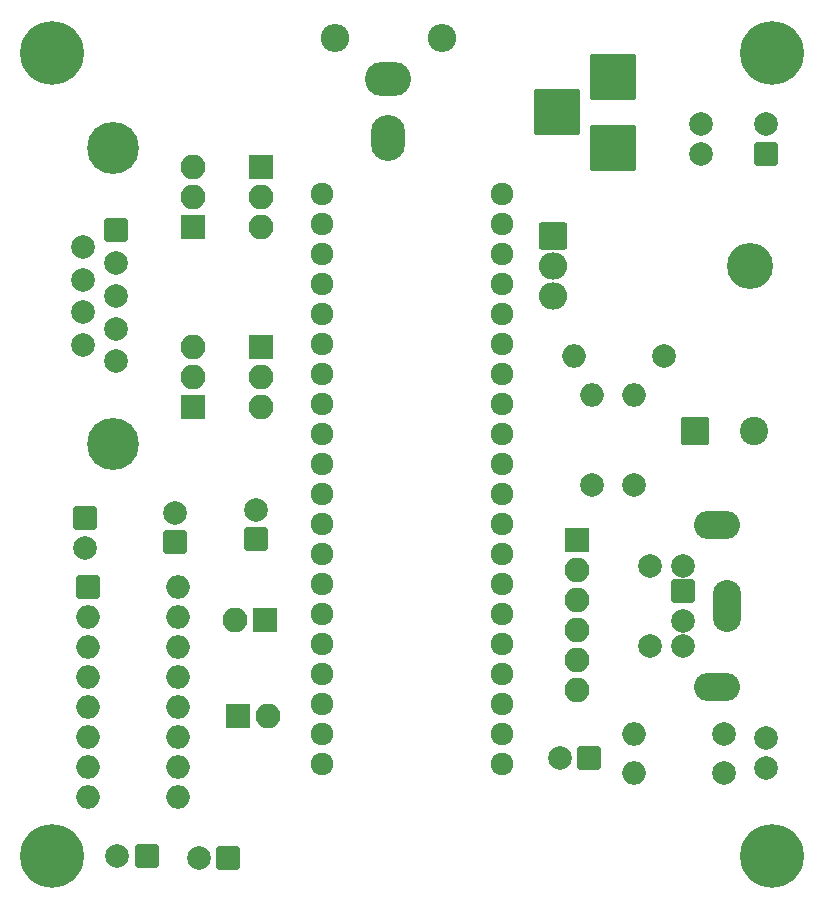
<source format=gbr>
%TF.GenerationSoftware,KiCad,Pcbnew,(6.0.2)*%
%TF.CreationDate,2022-10-05T14:19:39-05:00*%
%TF.ProjectId,OneChipTerminal,4f6e6543-6869-4705-9465-726d696e616c,rev?*%
%TF.SameCoordinates,Original*%
%TF.FileFunction,Soldermask,Top*%
%TF.FilePolarity,Negative*%
%FSLAX46Y46*%
G04 Gerber Fmt 4.6, Leading zero omitted, Abs format (unit mm)*
G04 Created by KiCad (PCBNEW (6.0.2)) date 2022-10-05 14:19:39*
%MOMM*%
%LPD*%
G01*
G04 APERTURE LIST*
G04 Aperture macros list*
%AMRoundRect*
0 Rectangle with rounded corners*
0 $1 Rounding radius*
0 $2 $3 $4 $5 $6 $7 $8 $9 X,Y pos of 4 corners*
0 Add a 4 corners polygon primitive as box body*
4,1,4,$2,$3,$4,$5,$6,$7,$8,$9,$2,$3,0*
0 Add four circle primitives for the rounded corners*
1,1,$1+$1,$2,$3*
1,1,$1+$1,$4,$5*
1,1,$1+$1,$6,$7*
1,1,$1+$1,$8,$9*
0 Add four rect primitives between the rounded corners*
20,1,$1+$1,$2,$3,$4,$5,0*
20,1,$1+$1,$4,$5,$6,$7,0*
20,1,$1+$1,$6,$7,$8,$9,0*
20,1,$1+$1,$8,$9,$2,$3,0*%
G04 Aperture macros list end*
%ADD10RoundRect,0.200000X0.800000X0.800000X-0.800000X0.800000X-0.800000X-0.800000X0.800000X-0.800000X0*%
%ADD11C,2.000000*%
%ADD12RoundRect,0.200000X0.800000X-0.800000X0.800000X0.800000X-0.800000X0.800000X-0.800000X-0.800000X0*%
%ADD13RoundRect,0.200000X-1.000000X-1.000000X1.000000X-1.000000X1.000000X1.000000X-1.000000X1.000000X0*%
%ADD14C,2.400000*%
%ADD15RoundRect,0.200000X-1.750000X1.750000X-1.750000X-1.750000X1.750000X-1.750000X1.750000X1.750000X0*%
%ADD16O,2.000000X2.000000*%
%ADD17C,5.400000*%
%ADD18O,3.900000X3.900000*%
%ADD19RoundRect,0.200000X-1.000000X0.952500X-1.000000X-0.952500X1.000000X-0.952500X1.000000X0.952500X0*%
%ADD20O,2.400000X2.305000*%
%ADD21RoundRect,0.200000X-0.850000X-0.850000X0.850000X-0.850000X0.850000X0.850000X-0.850000X0.850000X0*%
%ADD22O,2.100000X2.100000*%
%ADD23O,2.400000X2.400000*%
%ADD24O,3.900000X2.900000*%
%ADD25O,2.900000X3.900000*%
%ADD26O,2.400000X4.400000*%
%ADD27O,3.900000X2.400000*%
%ADD28C,1.924000*%
%ADD29RoundRect,0.200000X-0.850000X0.850000X-0.850000X-0.850000X0.850000X-0.850000X0.850000X0.850000X0*%
%ADD30RoundRect,0.200000X0.850000X0.850000X-0.850000X0.850000X-0.850000X-0.850000X0.850000X-0.850000X0*%
%ADD31RoundRect,0.200000X0.850000X-0.850000X0.850000X0.850000X-0.850000X0.850000X-0.850000X-0.850000X0*%
%ADD32C,4.400000*%
%ADD33RoundRect,0.200000X-0.800000X0.800000X-0.800000X-0.800000X0.800000X-0.800000X0.800000X0.800000X0*%
%ADD34RoundRect,0.200000X-0.800000X-0.800000X0.800000X-0.800000X0.800000X0.800000X-0.800000X0.800000X0*%
G04 APERTURE END LIST*
D10*
%TO.C,C1*%
X160528000Y-123698000D03*
D11*
X158028000Y-123698000D03*
%TD*%
D12*
%TO.C,C8*%
X175500000Y-72500000D03*
D11*
X175500000Y-70000000D03*
%TD*%
D13*
%TO.C,C11*%
X169500000Y-96000000D03*
D14*
X174500000Y-96000000D03*
%TD*%
D15*
%TO.C,J1*%
X162500000Y-72000000D03*
X162500000Y-66000000D03*
X157800000Y-69000000D03*
%TD*%
D11*
%TO.C,R1*%
X171958000Y-124968000D03*
D16*
X164338000Y-124968000D03*
%TD*%
D11*
%TO.C,R2*%
X171958000Y-121666000D03*
D16*
X164338000Y-121666000D03*
%TD*%
D11*
%TO.C,R6*%
X160782000Y-100584000D03*
D16*
X160782000Y-92964000D03*
%TD*%
D11*
%TO.C,R7*%
X164338000Y-100584000D03*
D16*
X164338000Y-92964000D03*
%TD*%
D17*
%TO.C,J3*%
X115000000Y-64000000D03*
%TD*%
%TO.C,J4*%
X115000000Y-132000000D03*
%TD*%
%TO.C,J5*%
X176000000Y-132000000D03*
%TD*%
%TO.C,J6*%
X176000000Y-64000000D03*
%TD*%
D18*
%TO.C,U4*%
X174160000Y-82040000D03*
D19*
X157500000Y-79500000D03*
D20*
X157500000Y-82040000D03*
X157500000Y-84580000D03*
%TD*%
D11*
%TO.C,C6*%
X170000000Y-72500000D03*
X170000000Y-70000000D03*
%TD*%
%TO.C,R9*%
X166878000Y-89662000D03*
D16*
X159258000Y-89662000D03*
%TD*%
D11*
%TO.C,C10*%
X175500000Y-122000000D03*
X175500000Y-124500000D03*
%TD*%
D21*
%TO.C,J8*%
X159512000Y-105240000D03*
D22*
X159512000Y-107780000D03*
X159512000Y-110320000D03*
X159512000Y-112860000D03*
X159512000Y-115400000D03*
X159512000Y-117940000D03*
%TD*%
D23*
%TO.C,J2*%
X148020000Y-62685000D03*
X139020000Y-62685000D03*
D24*
X143520000Y-66185000D03*
D25*
X143520000Y-71185000D03*
%TD*%
D12*
%TO.C,P1*%
X168500000Y-109500000D03*
D11*
X168500000Y-112100000D03*
X168500000Y-107400000D03*
X168500000Y-114200000D03*
X165700000Y-107400000D03*
X165700000Y-114200000D03*
D26*
X172150000Y-110800000D03*
D27*
X171350000Y-117650000D03*
X171350000Y-103950000D03*
%TD*%
D28*
%TO.C,UB1*%
X137922000Y-75946000D03*
X137922000Y-78486000D03*
X137922000Y-81026000D03*
X137922000Y-83566000D03*
X137922000Y-116586000D03*
X137922000Y-86106000D03*
X137922000Y-88646000D03*
X137922000Y-91186000D03*
X137922000Y-93726000D03*
X137922000Y-96266000D03*
X137922000Y-98806000D03*
X137922000Y-101346000D03*
X137922000Y-103886000D03*
X137922000Y-106426000D03*
X137922000Y-108966000D03*
X137922000Y-111506000D03*
X137922000Y-114046000D03*
X153162000Y-124206000D03*
X153162000Y-121666000D03*
X153162000Y-119126000D03*
X153162000Y-116586000D03*
X153162000Y-114046000D03*
X153162000Y-111506000D03*
X153162000Y-108966000D03*
X153162000Y-106426000D03*
X153162000Y-103886000D03*
X153162000Y-101346000D03*
X153162000Y-98806000D03*
X153162000Y-96266000D03*
X153162000Y-93726000D03*
X153162000Y-91186000D03*
X153162000Y-88646000D03*
X153162000Y-86106000D03*
X153162000Y-83566000D03*
X137922000Y-119126000D03*
X137922000Y-121666000D03*
X137922000Y-124206000D03*
X153162000Y-75946000D03*
X153162000Y-78486000D03*
X153162000Y-81026000D03*
%TD*%
D12*
%TO.C,C7*%
X125476000Y-105410000D03*
D11*
X125476000Y-102910000D03*
%TD*%
D21*
%TO.C,JP4*%
X132750000Y-88900000D03*
D22*
X132750000Y-91440000D03*
X132750000Y-93980000D03*
%TD*%
D12*
%TO.C,C3*%
X132334000Y-105156000D03*
D11*
X132334000Y-102656000D03*
%TD*%
D10*
%TO.C,C2*%
X129965113Y-132100000D03*
D11*
X127465113Y-132100000D03*
%TD*%
D29*
%TO.C,JP5*%
X133096000Y-112014000D03*
D22*
X130556000Y-112014000D03*
%TD*%
D30*
%TO.C,JP1*%
X127000000Y-93965000D03*
D22*
X127000000Y-91425000D03*
X127000000Y-88885000D03*
%TD*%
D31*
%TO.C,JP6*%
X130810000Y-120142000D03*
D22*
X133350000Y-120142000D03*
%TD*%
D30*
%TO.C,JP3*%
X127000000Y-78740000D03*
D22*
X127000000Y-76200000D03*
X127000000Y-73660000D03*
%TD*%
D21*
%TO.C,JP2*%
X132750000Y-73660000D03*
D22*
X132750000Y-76200000D03*
X132750000Y-78740000D03*
%TD*%
D32*
%TO.C,J7*%
X120200000Y-97040000D03*
X120200000Y-72040000D03*
D33*
X120500000Y-79000000D03*
D11*
X120500000Y-81770000D03*
X120500000Y-84540000D03*
X120500000Y-87310000D03*
X120500000Y-90080000D03*
X117660000Y-80385000D03*
X117660000Y-83155000D03*
X117660000Y-85925000D03*
X117660000Y-88695000D03*
%TD*%
D10*
%TO.C,C4*%
X123075113Y-131970000D03*
D11*
X120575113Y-131970000D03*
%TD*%
D33*
%TO.C,C5*%
X117856000Y-103378000D03*
D11*
X117856000Y-105878000D03*
%TD*%
D34*
%TO.C,U1*%
X118110000Y-109220000D03*
D16*
X118110000Y-111760000D03*
X118110000Y-114300000D03*
X118110000Y-116840000D03*
X118110000Y-119380000D03*
X118110000Y-121920000D03*
X118110000Y-124460000D03*
X118110000Y-127000000D03*
X125730000Y-127000000D03*
X125730000Y-124460000D03*
X125730000Y-121920000D03*
X125730000Y-119380000D03*
X125730000Y-116840000D03*
X125730000Y-114300000D03*
X125730000Y-111760000D03*
X125730000Y-109220000D03*
%TD*%
M02*

</source>
